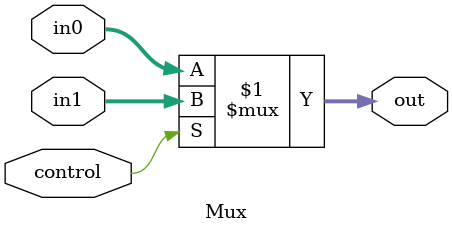
<source format=v>
`timescale 1ns / 1ps
module Mux(control,in1,in0,out);
    parameter EM = 31;
	input control;
    input [EM:0] in1;
    input [EM:0] in0;
    output [EM:0] out;
    assign out = control ? in1 : in0;

endmodule

</source>
